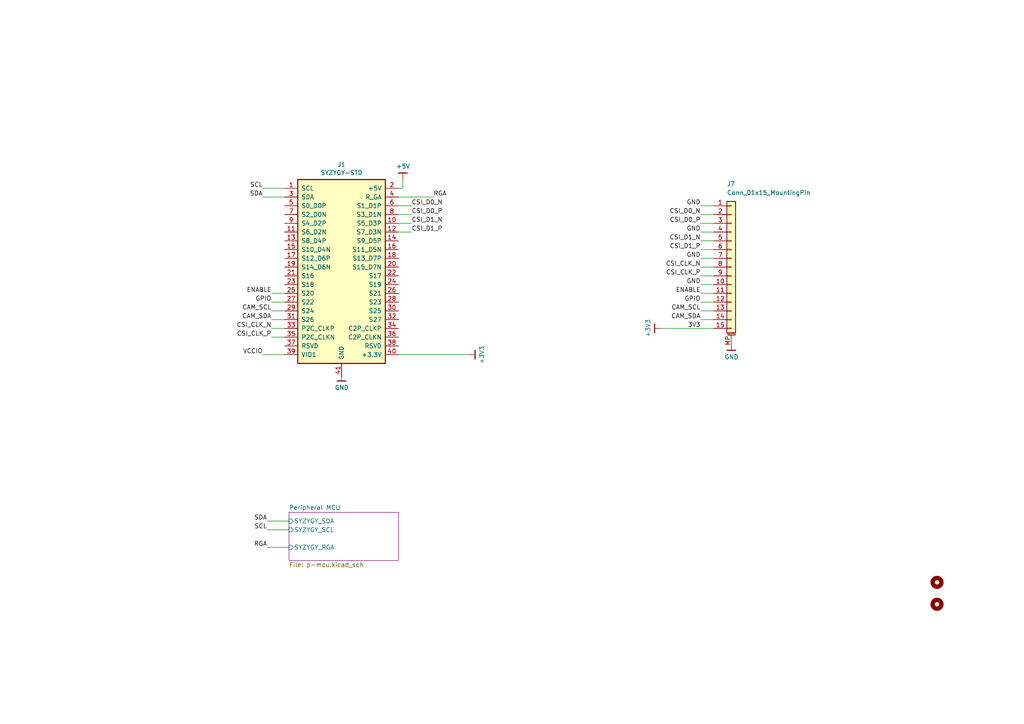
<source format=kicad_sch>
(kicad_sch (version 20201015) (generator eeschema)
  (paper "A4")
  (title_block (title "HQ Camera Breakout") (date "2020-12-15") (rev "r1.0") (company "GsD - @gregdavill") (comment 1 "SYZYGY Pod"))
  (lib_symbols
    (symbol "Connector_Generic_MountingPin:Conn_01x15_MountingPin" (pin_names (offset 1.016) hide)
      (property "Reference" "J" (at 0 20.32 0))
      (property "Value" "Conn_01x15_MountingPin" (at 1.27 -20.32 0))
      (symbol "Conn_01x15_MountingPin_1_1"
        (text "Mounting" (at 0 -19.431 0) (effects (font (size 0.381 0.381))))
        (rectangle (start -1.27 -4.953) (end 0 -5.207) (stroke (width 0.1524)))
        (rectangle (start -1.27 -7.493) (end 0 -7.747) (stroke (width 0.1524)))
        (rectangle (start -1.27 -10.033) (end 0 -10.287) (stroke (width 0.1524)))
        (rectangle (start -1.27 -12.573) (end 0 -12.827) (stroke (width 0.1524)))
        (rectangle (start -1.27 -15.113) (end 0 -15.367) (stroke (width 0.1524)))
        (rectangle (start -1.27 -17.653) (end 0 -17.907) (stroke (width 0.1524)))
        (rectangle (start -1.27 -2.413) (end 0 -2.667) (stroke (width 0.1524)))
        (rectangle (start -1.27 2.667) (end 0 2.413) (stroke (width 0.1524)))
        (rectangle (start -1.27 5.207) (end 0 4.953) (stroke (width 0.1524)))
        (rectangle (start -1.27 7.747) (end 0 7.493) (stroke (width 0.1524)))
        (rectangle (start -1.27 10.287) (end 0 10.033) (stroke (width 0.1524)))
        (rectangle (start -1.27 0.127) (end 0 -0.127) (stroke (width 0.1524)))
        (rectangle (start -1.27 12.827) (end 0 12.573) (stroke (width 0.1524)))
        (rectangle (start -1.27 15.367) (end 0 15.113) (stroke (width 0.1524)))
        (rectangle (start -1.27 17.907) (end 0 17.653) (stroke (width 0.1524)))
        (rectangle (start -1.27 19.05) (end 1.27 -19.05) (stroke (width 0.254)) (fill (type background)))
        (polyline (pts (xy -1.016 -19.812) (xy 1.016 -19.812)) (stroke (width 0.1524)))
        (pin passive line (at 0 -22.86 90) (length 3.048) (name "MountPin") (number "MP"))
        (pin passive line (at -5.08 17.78 0) (length 3.81) (name "Pin_1") (number "1"))
        (pin passive line (at -5.08 -5.08 0) (length 3.81) (name "Pin_10") (number "10"))
        (pin passive line (at -5.08 -7.62 0) (length 3.81) (name "Pin_11") (number "11"))
        (pin passive line (at -5.08 -10.16 0) (length 3.81) (name "Pin_12") (number "12"))
        (pin passive line (at -5.08 -12.7 0) (length 3.81) (name "Pin_13") (number "13"))
        (pin passive line (at -5.08 -15.24 0) (length 3.81) (name "Pin_14") (number "14"))
        (pin passive line (at -5.08 -17.78 0) (length 3.81) (name "Pin_15") (number "15"))
        (pin passive line (at -5.08 15.24 0) (length 3.81) (name "Pin_2") (number "2"))
        (pin passive line (at -5.08 12.7 0) (length 3.81) (name "Pin_3") (number "3"))
        (pin passive line (at -5.08 10.16 0) (length 3.81) (name "Pin_4") (number "4"))
        (pin passive line (at -5.08 7.62 0) (length 3.81) (name "Pin_5") (number "5"))
        (pin passive line (at -5.08 5.08 0) (length 3.81) (name "Pin_6") (number "6"))
        (pin passive line (at -5.08 2.54 0) (length 3.81) (name "Pin_7") (number "7"))
        (pin passive line (at -5.08 0 0) (length 3.81) (name "Pin_8") (number "8"))
        (pin passive line (at -5.08 -2.54 0) (length 3.81) (name "Pin_9") (number "9"))
      )
    )
    (symbol "Mechanical:MountingHole" (pin_names (offset 1.016))
      (property "Reference" "H" (at 0 5.08 0))
      (property "Value" "MountingHole" (at 0 3.175 0))
      (symbol "MountingHole_0_1"
        (circle (center 0 0) (radius 1.27) (stroke (width 1.27)))
      )
    )
    (symbol "gkl_power:+3V3" (power) (pin_names (offset 0))
      (property "Value" "+3V3" (at 0 3.556 0))
      (symbol "+3V3_0_1"
        (polyline (pts (xy -1.27 1.905) (xy 1.27 1.905)) (stroke (width 0.3048)))
        (polyline (pts (xy 0 0) (xy 0 1.905)))
      )
      (symbol "+3V3_1_1"
        (pin power_in line (at 0 0 90) (length 0) hide (name "+3V3") (number "1"))
      )
    )
    (symbol "gkl_power:+5V" (power) (pin_names (offset 0))
      (property "Value" "+5V" (at 0 3.175 0))
      (symbol "+5V_0_1"
        (polyline (pts (xy -1.27 1.905) (xy 1.27 1.905)) (stroke (width 0.3048)))
        (polyline (pts (xy 0 0) (xy 0 1.905)))
      )
      (symbol "+5V_1_1"
        (pin power_in line (at 0 0 90) (length 0) hide (name "+5V") (number "1"))
      )
    )
    (symbol "gkl_power:GND" (power) (pin_names (offset 0))
      (property "Value" "GND" (at 0 -2.54 0))
      (symbol "GND_0_1"
        (polyline (pts (xy 0 -1.27) (xy 0 0)))
        (polyline (pts (xy 1.27 -1.27) (xy -1.27 -1.27)) (stroke (width 0.3048)))
      )
      (symbol "GND_1_1"
        (pin power_in line (at 0 0 270) (length 0) hide (name "GND") (number "1"))
      )
    )
    (symbol "gsd-kicad:SYZYGY-STD" (pin_names (offset 1.016))
      (property "Reference" "J" (at 0 27.94 0))
      (property "Value" "SYZYGY-STD" (at 0 25.4 0))
      (symbol "SYZYGY-STD_0_1"
        (rectangle (start -12.7 24.13) (end 12.7 -29.21) (stroke (width 0.3302)) (fill (type background)))
      )
      (symbol "SYZYGY-STD_1_1"
        (pin input line (at -16.51 21.59 0) (length 3.81) (name "SCL") (number "1"))
        (pin input line (at 16.51 11.43 180) (length 3.81) (name "S5_D3P") (number "10"))
        (pin input line (at -16.51 8.89 0) (length 3.81) (name "S6_D2N") (number "11"))
        (pin input line (at 16.51 8.89 180) (length 3.81) (name "S7_D3N") (number "12"))
        (pin input line (at -16.51 6.35 0) (length 3.81) (name "S8_D4P") (number "13"))
        (pin input line (at 16.51 6.35 180) (length 3.81) (name "S9_D5P") (number "14"))
        (pin input line (at -16.51 3.81 0) (length 3.81) (name "S10_D4N") (number "15"))
        (pin input line (at 16.51 3.81 180) (length 3.81) (name "S11_D5N") (number "16"))
        (pin input line (at -16.51 1.27 0) (length 3.81) (name "S12_D6P") (number "17"))
        (pin input line (at 16.51 1.27 180) (length 3.81) (name "S13_D7P") (number "18"))
        (pin input line (at -16.51 -1.27 0) (length 3.81) (name "S14_D6N") (number "19"))
        (pin input line (at 16.51 21.59 180) (length 3.81) (name "+5V") (number "2"))
        (pin input line (at 16.51 -1.27 180) (length 3.81) (name "S15_D7N") (number "20"))
        (pin input line (at -16.51 -3.81 0) (length 3.81) (name "S16") (number "21"))
        (pin input line (at 16.51 -3.81 180) (length 3.81) (name "S17") (number "22"))
        (pin input line (at -16.51 -6.35 0) (length 3.81) (name "S18") (number "23"))
        (pin input line (at 16.51 -6.35 180) (length 3.81) (name "S19") (number "24"))
        (pin input line (at -16.51 -8.89 0) (length 3.81) (name "S20") (number "25"))
        (pin input line (at 16.51 -8.89 180) (length 3.81) (name "S21") (number "26"))
        (pin input line (at -16.51 -11.43 0) (length 3.81) (name "S22") (number "27"))
        (pin input line (at 16.51 -11.43 180) (length 3.81) (name "S23") (number "28"))
        (pin input line (at -16.51 -13.97 0) (length 3.81) (name "S24") (number "29"))
        (pin input line (at -16.51 19.05 0) (length 3.81) (name "SDA") (number "3"))
        (pin input line (at 16.51 -13.97 180) (length 3.81) (name "S25") (number "30"))
        (pin input line (at -16.51 -16.51 0) (length 3.81) (name "S26") (number "31"))
        (pin input line (at 16.51 -16.51 180) (length 3.81) (name "S27") (number "32"))
        (pin input line (at -16.51 -19.05 0) (length 3.81) (name "P2C_CLKP") (number "33"))
        (pin input line (at 16.51 -19.05 180) (length 3.81) (name "C2P_CLKP") (number "34"))
        (pin input line (at -16.51 -21.59 0) (length 3.81) (name "P2C_CLKN") (number "35"))
        (pin input line (at 16.51 -21.59 180) (length 3.81) (name "C2P_CLKN") (number "36"))
        (pin input line (at -16.51 -24.13 0) (length 3.81) (name "RSVD") (number "37"))
        (pin input line (at 16.51 -24.13 180) (length 3.81) (name "RSVD") (number "38"))
        (pin input line (at -16.51 -26.67 0) (length 3.81) (name "VIO1") (number "39"))
        (pin input line (at 16.51 19.05 180) (length 3.81) (name "R_GA") (number "4"))
        (pin input line (at 16.51 -26.67 180) (length 3.81) (name "+3.3V") (number "40"))
        (pin input line (at 0 -33.02 90) (length 3.81) (name "GND") (number "41"))
        (pin input line (at -16.51 16.51 0) (length 3.81) (name "S0_D0P") (number "5"))
        (pin input line (at 16.51 16.51 180) (length 3.81) (name "S1_D1P") (number "6"))
        (pin input line (at -16.51 13.97 0) (length 3.81) (name "S2_D0N") (number "7"))
        (pin input line (at 16.51 13.97 180) (length 3.81) (name "S3_D1N") (number "8"))
        (pin input line (at -16.51 11.43 0) (length 3.81) (name "S4_D2P") (number "9"))
      )
    )
  )
  (bus_alias "GPDI" (members "CK_N" "CK_P" "D0_N" "D0_P" "D1_N" "D1_P" "D2_N" "D2_P"))
  (wire (pts (xy 78.74 85.09) (xy 82.55 85.09)))
  (wire (pts (xy 78.74 87.63) (xy 82.55 87.63)))
  (wire (pts (xy 78.74 90.17) (xy 82.55 90.17)))
  (wire (pts (xy 78.74 92.71) (xy 82.55 92.71)))
  (wire (pts (xy 78.74 95.25) (xy 82.55 95.25)))
  (wire (pts (xy 78.74 97.79) (xy 82.55 97.79)))
  (wire (pts (xy 82.55 54.61) (xy 76.2 54.61)))
  (wire (pts (xy 82.55 57.15) (xy 76.2 57.15)))
  (wire (pts (xy 82.55 102.87) (xy 76.2 102.87)))
  (wire (pts (xy 83.82 151.13) (xy 77.47 151.13)))
  (wire (pts (xy 83.82 153.67) (xy 77.47 153.67)))
  (wire (pts (xy 83.82 158.75) (xy 77.47 158.75)))
  (wire (pts (xy 115.57 54.61) (xy 116.84 54.61)))
  (wire (pts (xy 115.57 57.15) (xy 125.73 57.15)))
  (wire (pts (xy 115.57 102.87) (xy 135.89 102.87)))
  (wire (pts (xy 116.84 54.61) (xy 116.84 52.07)))
  (wire (pts (xy 119.38 59.69) (xy 115.57 59.69)))
  (wire (pts (xy 119.38 62.23) (xy 115.57 62.23)))
  (wire (pts (xy 119.38 64.77) (xy 115.57 64.77)))
  (wire (pts (xy 119.38 67.31) (xy 115.57 67.31)))
  (wire (pts (xy 191.77 95.25) (xy 207.01 95.25)))
  (wire (pts (xy 203.2 59.69) (xy 207.01 59.69)))
  (wire (pts (xy 203.2 62.23) (xy 207.01 62.23)))
  (wire (pts (xy 203.2 64.77) (xy 207.01 64.77)))
  (wire (pts (xy 203.2 67.31) (xy 207.01 67.31)))
  (wire (pts (xy 203.2 69.85) (xy 207.01 69.85)))
  (wire (pts (xy 203.2 72.39) (xy 207.01 72.39)))
  (wire (pts (xy 203.2 74.93) (xy 207.01 74.93)))
  (wire (pts (xy 203.2 77.47) (xy 207.01 77.47)))
  (wire (pts (xy 203.2 80.01) (xy 207.01 80.01)))
  (wire (pts (xy 203.2 82.55) (xy 207.01 82.55)))
  (wire (pts (xy 203.2 85.09) (xy 207.01 85.09)))
  (wire (pts (xy 203.2 87.63) (xy 207.01 87.63)))
  (wire (pts (xy 203.2 90.17) (xy 207.01 90.17)))
  (wire (pts (xy 203.2 92.71) (xy 207.01 92.71)))
  (label "SCL" (at 76.2 54.61 180))
  (label "SDA" (at 76.2 57.15 180))
  (label "VCCIO" (at 76.2 102.87 180))
  (label "SDA" (at 77.47 151.13 180))
  (label "SCL" (at 77.47 153.67 180))
  (label "RGA" (at 77.47 158.75 180))
  (label "ENABLE" (at 78.74 85.09 180))
  (label "GPIO" (at 78.74 87.63 180))
  (label "CAM_SCL" (at 78.74 90.17 180))
  (label "CAM_SDA" (at 78.74 92.71 180))
  (label "CSI_CLK_N" (at 78.74 95.25 180))
  (label "CSI_CLK_P" (at 78.74 97.79 180))
  (label "CSI_D0_N" (at 119.38 59.69 0))
  (label "CSI_D0_P" (at 119.38 62.23 0))
  (label "CSI_D1_N" (at 119.38 64.77 0))
  (label "CSI_D1_P" (at 119.38 67.31 0))
  (label "RGA" (at 125.73 57.15 0))
  (label "GND" (at 203.2 59.69 180))
  (label "CSI_D0_N" (at 203.2 62.23 180))
  (label "CSI_D0_P" (at 203.2 64.77 180))
  (label "GND" (at 203.2 67.31 180))
  (label "CSI_D1_N" (at 203.2 69.85 180))
  (label "CSI_D1_P" (at 203.2 72.39 180))
  (label "GND" (at 203.2 74.93 180))
  (label "CSI_CLK_N" (at 203.2 77.47 180))
  (label "CSI_CLK_P" (at 203.2 80.01 180))
  (label "GND" (at 203.2 82.55 180))
  (label "ENABLE" (at 203.2 85.09 180))
  (label "GPIO" (at 203.2 87.63 180))
  (label "CAM_SCL" (at 203.2 90.17 180))
  (label "CAM_SDA" (at 203.2 92.71 180))
  (label "3V3" (at 203.2 95.25 180))
  (symbol (lib_id "gkl_power:GND") (at 99.06 109.22 0) (unit 1)
    (property "Reference" "#PWR0104" (effects hide))
    (property "Value" "GND" (at 99.1362 112.4204 0))
  )
  (symbol (lib_id "gkl_power:GND") (at 212.09 100.33 0) (unit 1)
    (property "Reference" "#PWR0106" (effects hide))
    (property "Value" "GND" (at 212.1662 103.5304 0))
  )
  (symbol (lib_id "gkl_power:+5V") (at 116.84 52.07 0) (unit 1)
    (property "Reference" "#PWR0102" (effects hide))
    (property "Value" "+5V" (at 116.9162 48.2346 0))
  )
  (symbol (lib_id "gkl_power:+3V3") (at 135.89 102.87 270) (unit 1)
    (property "Reference" "#PWR0103" (effects hide))
    (property "Value" "+3V3" (at 139.7254 102.9462 0))
  )
  (symbol (lib_id "gkl_power:+3V3") (at 191.77 95.25 90) (unit 1)
    (property "Reference" "#PWR0101" (effects hide))
    (property "Value" "+3V3" (at 187.9346 95.1738 0))
  )
  (symbol (lib_id "Mechanical:MountingHole") (at 271.78 168.91 0) (unit 1) (in_bom no)
    (property "Reference" "H1" (effects hide))
    (property "Value" "MountingHole" (effects hide))
    (property "Footprint" "MountingHole:MountingHole_3.2mm_M3_DIN965" (effects hide))
  )
  (symbol (lib_id "Mechanical:MountingHole") (at 271.78 175.26 0) (unit 1) (in_bom no)
    (property "Reference" "H2" (effects hide))
    (property "Value" "MountingHole" (effects hide))
    (property "Footprint" "MountingHole:MountingHole_3.2mm_M3_DIN965" (effects hide))
  )
  (symbol (lib_id "Connector_Generic_MountingPin:Conn_01x15_MountingPin") (at 212.09 77.47 0) (unit 1)
    (property "Reference" "J7" (at 210.82 53.34 0) (effects (justify left)))
    (property "Value" "Conn_01x15_MountingPin" (at 210.82 55.88 0) (effects (justify left)))
    (property "Footprint" "gsd-footprints:FCI_SFW15R-1STE1LF_1x15-1MP_P1.00mm_Horizontal" (effects hide))
  )
  (symbol (lib_id "gsd-kicad:SYZYGY-STD") (at 99.06 76.2 0) (unit 1)
    (property "Reference" "J1" (at 99.06 47.7774 0))
    (property "Value" "SYZYGY-STD" (at 99.06 50.0888 0))
    (property "Footprint" "gsd-footprints:SYZYGY-STD-POD" (effects hide))
    (property "Mfg" "Samtec Inc." (effects hide))
    (property "PN" "QTE-020-01-F-D-A" (effects hide))
  )
  (sheet (at 83.82 148.59) (size 31.75 13.97) (stroke (width 0.1524) (color 132 0 132 1)) (fill (color 255 255 255 1.0000))
    (property "Sheet name" "Peripheral MCU" (at 83.82 147.9545 0) (effects (justify left bottom)))
    (property "Sheet file" "p-mcu.kicad_sch" (at 83.82 163.0685 0) (effects (justify left top)))
    (pin "SYZYGY_SCL" input (at 83.82 153.67 180))
    (pin "SYZYGY_SDA" input (at 83.82 151.13 180))
    (pin "SYZYGY_RGA" input (at 83.82 158.75 180))
  )
)
</source>
